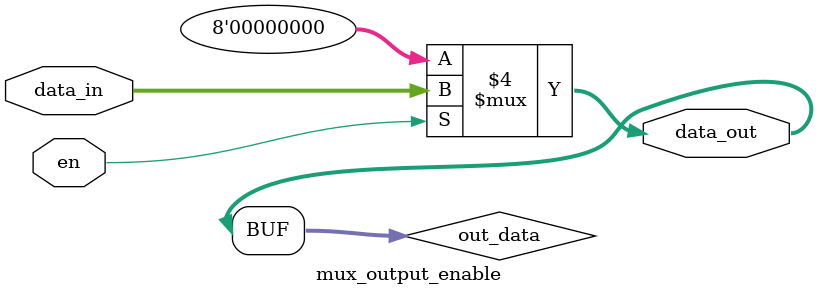
<source format=sv>

module mux_convert_top #(parameter DW=8, CH=4) (
    input  [CH*DW-1:0] data_in,
    input  [$clog2(CH)-1:0] sel,
    input  en,
    output [DW-1:0] data_out
);

    // Internal signal for selected channel
    wire [DW-1:0] selected_channel;
    // Internal signal for output enable logic
    wire [DW-1:0] enabled_output;

    // Instantiate channel selection submodule
    mux_channel_selector #(.DW(DW), .CH(CH)) u_channel_selector (
        .data_in        (data_in),
        .sel            (sel),
        .data_selected  (selected_channel)
    );

    // Instantiate output enable submodule
    mux_output_enable #(.DW(DW)) u_output_enable (
        .data_in    (selected_channel),
        .en         (en),
        .data_out   (enabled_output)
    );

    assign data_out = enabled_output;

endmodule

// -----------------------------------------------------------------------------
// Submodule: mux_channel_selector
// Function: Selects a channel from the flattened data_in bus based on sel
// -----------------------------------------------------------------------------
module mux_channel_selector #(parameter DW=8, CH=4) (
    input  [CH*DW-1:0] data_in,
    input  [$clog2(CH)-1:0] sel,
    output [DW-1:0] data_selected
);
    // Internal signal for decoded channel
    reg [DW-1:0] channel_data;

    integer i;
    always @* begin
        channel_data = {DW{1'b0}};
        for (i = 0; i < CH; i = i + 1) begin
            if (sel == i[$clog2(CH)-1:0]) begin
                channel_data = data_in[i*DW +: DW];
            end
        end
    end

    assign data_selected = channel_data;
endmodule

// -----------------------------------------------------------------------------
// Submodule: mux_output_enable
// Function: Drives data_out with data_in if en is high, otherwise drives zeros
// -----------------------------------------------------------------------------
module mux_output_enable #(parameter DW=8) (
    input  [DW-1:0] data_in,
    input  en,
    output [DW-1:0] data_out
);
    // Internal signal for output logic
    reg [DW-1:0] out_data;

    always @* begin
        if (en)
            out_data = data_in;
        else
            out_data = {DW{1'b0}};
    end

    assign data_out = out_data;
endmodule
</source>
